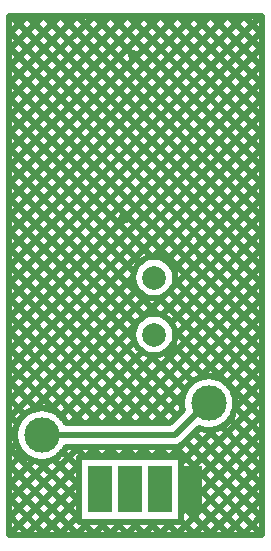
<source format=gbr>
G04 DipTrace 3.0.0.2*
G04 bottom_gamepad2usb.gbr*
%MOMM*%
G04 #@! TF.FileFunction,Copper,L2,Bot*
G04 #@! TF.Part,Single*
G04 #@! TA.AperFunction,CopperBalancing*
%ADD14C,0.5*%
G04 #@! TA.AperFunction,ComponentPad*
%ADD15C,1.0*%
%ADD23R,2.0X4.0*%
%ADD24C,3.0*%
%ADD25C,3.0*%
%ADD30C,2.0*%
%FSLAX35Y35*%
G04*
G71*
G90*
G75*
G01*
G04 Bottom*
%LPD*%
X-2968857Y-635067D2*
D14*
X-1841693D1*
X-1555913Y-349287D1*
Y-365163D1*
D15*
X-2270363Y1206627D3*
X-3105337Y2906277D2*
D14*
X-3239723Y2771893D1*
X-2963917Y2906277D2*
X-3239687Y2630507D1*
X-2822493Y2906277D2*
X-3239723Y2489050D1*
X-2681073Y2906277D2*
X-3239687Y2347663D1*
X-2539653Y2906277D2*
X-3239723Y2206207D1*
X-2398230Y2906277D2*
X-3239723Y2064787D1*
X-2256810Y2906277D2*
X-3239687Y1923400D1*
X-2115387Y2906277D2*
X-3239687Y1781977D1*
X-1973967Y2906277D2*
X-3239687Y1640557D1*
X-1832547Y2906277D2*
X-3239687Y1499137D1*
X-1691123Y2906277D2*
X-3239687Y1357713D1*
X-1549703Y2906277D2*
X-3239687Y1216293D1*
X-1408280Y2906277D2*
X-3239687Y1074870D1*
X-1266860Y2906277D2*
X-3239687Y933450D1*
X-1125440Y2906277D2*
X-3239687Y792030D1*
X-1110520Y2779777D2*
X-3239717Y650577D1*
X-1110520Y2638353D2*
X-3239717Y509157D1*
X-1110520Y2496933D2*
X-3239717Y367733D1*
X-1110520Y2355513D2*
X-3239717Y226313D1*
X-1110520Y2214090D2*
X-3239717Y84890D1*
X-1110520Y2072670D2*
X-3239717Y-56530D1*
X-1110520Y1931247D2*
X-3239717Y-197950D1*
X-1110520Y1789827D2*
X-2021477Y878867D1*
X-2196693Y703650D2*
X-3239717Y-339373D1*
X-1110520Y1648407D2*
X-1911613Y847310D1*
X-2165067Y593857D2*
X-3239717Y-480793D1*
X-1110520Y1506983D2*
X-1848777Y768727D1*
X-2086483Y531017D2*
X-3032073Y-414573D1*
X-3189337Y-571833D2*
X-3239717Y-622217D1*
X-1110520Y1365563D2*
X-1855887Y620193D1*
X-1937950Y538130D2*
X-2106277Y369807D1*
X-2170177Y305903D2*
X-2892587Y-416507D1*
X-3187403Y-711323D2*
X-3239717Y-763637D1*
X-1110520Y1224140D2*
X-1949730Y384930D1*
X-2185230Y149430D2*
X-2805233Y-470573D1*
X-3133333Y-798673D2*
X-3239717Y-905057D1*
X-1110520Y1082720D2*
X-1869630Y323610D1*
X-2123980Y69257D2*
X-2722783Y-529547D1*
X-3046397Y-853157D2*
X-3239717Y-1046480D1*
X-1110520Y941300D2*
X-1835863Y215953D1*
X-2016327Y35490D2*
X-2581363Y-529547D1*
X-2908150Y-856333D2*
X-3239717Y-1187900D1*
X-1110520Y799877D2*
X-2439943Y-529547D1*
X-2650997Y-740600D2*
X-3239717Y-1329323D1*
X-1110520Y658457D2*
X-2298520Y-529547D1*
X-2509577Y-740600D2*
X-2583917Y-814943D1*
X-2657210Y-888237D2*
X-3239717Y-1470743D1*
X-1110520Y517033D2*
X-2157100Y-529547D1*
X-2368153Y-740600D2*
X-2442497Y-814943D1*
X-2657210Y-1029657D2*
X-3104927Y-1477373D1*
X-1110520Y375613D2*
X-1637197Y-151063D1*
X-1770013Y-283880D2*
X-2015677Y-529547D1*
X-2226733Y-740600D2*
X-2301077Y-814943D1*
X-2657210Y-1171080D2*
X-2963503Y-1477373D1*
X-1110520Y234193D2*
X-1488523Y-143813D1*
X-2085310Y-740600D2*
X-2159653Y-814943D1*
X-2657210Y-1312500D2*
X-2822083Y-1477373D1*
X-1110520Y92770D2*
X-1398270Y-194983D1*
X-1943890Y-740600D2*
X-2018233Y-814943D1*
X-2579320Y-1376030D2*
X-2680663Y-1477373D1*
X-1110520Y-48650D2*
X-1340957Y-279090D1*
X-1641987Y-580120D2*
X-1876810Y-814943D1*
X-2437897Y-1376030D2*
X-2539240Y-1477373D1*
X-1110520Y-190073D2*
X-1330600Y-410153D1*
X-1510923Y-590480D2*
X-1788147Y-867700D1*
X-2296477Y-1376030D2*
X-2397820Y-1477373D1*
X-1110520Y-331493D2*
X-1788147Y-1009120D1*
X-2155057Y-1376030D2*
X-2256397Y-1477373D1*
X-1110520Y-472913D2*
X-1788147Y-1150543D1*
X-2013633Y-1376030D2*
X-2114977Y-1477373D1*
X-1110520Y-614337D2*
X-1788147Y-1291963D1*
X-1872213Y-1376030D2*
X-1973557Y-1477373D1*
X-1110520Y-755757D2*
X-1832133Y-1477373D1*
X-1110520Y-897180D2*
X-1690713Y-1477373D1*
X-1110520Y-1038600D2*
X-1549290Y-1477373D1*
X-1110520Y-1180023D2*
X-1407870Y-1477373D1*
X-1110520Y-1321443D2*
X-1266447Y-1477373D1*
X-1110520Y-1462863D2*
X-1125027Y-1477373D1*
X-1244870Y2906277D2*
X-1110483Y2771893D1*
X-1386290Y2906277D2*
X-1110520Y2630507D1*
X-1527713Y2906277D2*
X-1110483Y2489050D1*
X-1669133Y2906277D2*
X-1110520Y2347663D1*
X-1810553Y2906277D2*
X-1110483Y2206207D1*
X-1951977Y2906277D2*
X-1110520Y2064820D1*
X-2093397Y2906277D2*
X-1110520Y1923400D1*
X-2234820Y2906277D2*
X-1110520Y1781977D1*
X-2376240Y2906277D2*
X-1110520Y1640557D1*
X-2517660Y2906277D2*
X-1110520Y1499137D1*
X-2659083Y2906277D2*
X-1110520Y1357713D1*
X-2800503Y2906277D2*
X-1110520Y1216293D1*
X-2941927Y2906277D2*
X-1110520Y1074870D1*
X-3083347Y2906277D2*
X-1110520Y933450D1*
X-3224767Y2906277D2*
X-1110520Y792030D1*
X-3239687Y2779777D2*
X-1110490Y650577D1*
X-3239687Y2638353D2*
X-1110490Y509157D1*
X-3239687Y2496933D2*
X-1110490Y367733D1*
X-3239687Y2355513D2*
X-1110490Y226313D1*
X-3239687Y2214090D2*
X-1110490Y84890D1*
X-3239687Y2072670D2*
X-2044437Y877417D1*
X-1837523Y670507D2*
X-1110490Y-56530D1*
X-3239687Y1931247D2*
X-2140283Y831843D1*
X-1883100Y574660D2*
X-1110490Y-197950D1*
X-3239687Y1789827D2*
X-2192210Y742350D1*
X-1972523Y522663D2*
X-1110490Y-339373D1*
X-3239687Y1648407D2*
X-1984153Y392870D1*
X-1839457Y248177D2*
X-1110490Y-480793D1*
X-3239687Y1506983D2*
X-2106513Y373810D1*
X-1858447Y125743D2*
X-1595243Y-137460D1*
X-1328187Y-404517D2*
X-1110490Y-622217D1*
X-3239687Y1365563D2*
X-2176327Y302203D1*
X-1930057Y55930D2*
X-1694750Y-179377D1*
X-1370100Y-504023D2*
X-1110490Y-763637D1*
X-3239687Y1224140D2*
X-2191380Y175833D1*
X-2056423Y40877D2*
X-1760073Y-255473D1*
X-1446200Y-569347D2*
X-1110490Y-905057D1*
X-3239687Y1082720D2*
X-1786247Y-370723D1*
X-1561450Y-595520D2*
X-1110490Y-1046480D1*
X-3239687Y941300D2*
X-1828160Y-470230D1*
X-1676837Y-621553D2*
X-1110490Y-1187900D1*
X-3239687Y799877D2*
X-1910263Y-529547D1*
X-1747547Y-692263D2*
X-1110490Y-1329323D1*
X-3239687Y658457D2*
X-2051687Y-529547D1*
X-1840630Y-740600D2*
X-1110490Y-1470743D1*
X-3239687Y517033D2*
X-2193107Y-529547D1*
X-1982053Y-740600D2*
X-1907710Y-814943D1*
X-1788150Y-934503D2*
X-1245280Y-1477373D1*
X-3239687Y375613D2*
X-2334530Y-529547D1*
X-2123473Y-740600D2*
X-2049130Y-814943D1*
X-1788150Y-1075923D2*
X-1386703Y-1477373D1*
X-3239687Y234193D2*
X-2475950Y-529547D1*
X-2264897Y-740600D2*
X-2190553Y-814943D1*
X-1788150Y-1217347D2*
X-1528123Y-1477373D1*
X-3239687Y92770D2*
X-2617373Y-529547D1*
X-2406317Y-740600D2*
X-2331973Y-814943D1*
X-1788150Y-1358767D2*
X-1669543Y-1477373D1*
X-3239687Y-48650D2*
X-2844003Y-444333D1*
X-2778100Y-510237D2*
X-2758760Y-529577D1*
X-2547737Y-740600D2*
X-2473397Y-814943D1*
X-1912310Y-1376030D2*
X-1810967Y-1477373D1*
X-3239687Y-190073D2*
X-3020160Y-409600D1*
X-2689160Y-740600D2*
X-2614817Y-814943D1*
X-2053730Y-1376030D2*
X-1952387Y-1477373D1*
X-3239687Y-331493D2*
X-3115730Y-455450D1*
X-2789287Y-781893D2*
X-2657217Y-913967D1*
X-2195150Y-1376030D2*
X-2093810Y-1477373D1*
X-3239687Y-472913D2*
X-3177740Y-534863D1*
X-2868630Y-843973D2*
X-2657217Y-1055387D1*
X-2336573Y-1376030D2*
X-2235230Y-1477373D1*
X-3239687Y-614337D2*
X-3198043Y-655983D1*
X-2989750Y-864277D2*
X-2657217Y-1196810D1*
X-2477993Y-1376030D2*
X-2376650Y-1477373D1*
X-3239687Y-755757D2*
X-2657217Y-1338230D1*
X-2619417Y-1376030D2*
X-2518073Y-1477373D1*
X-3239687Y-897180D2*
X-2659493Y-1477373D1*
X-3239687Y-1038600D2*
X-2800917Y-1477373D1*
X-3239687Y-1180023D2*
X-2942337Y-1477373D1*
X-3239687Y-1321443D2*
X-3083760Y-1477373D1*
X-3239687Y-1462863D2*
X-3225180Y-1477373D1*
X-2628707Y-818490D2*
X-1791707D1*
Y-1372490D1*
X-2653707D1*
Y-818490D1*
X-2628707D1*
X-2766103Y-737047D2*
X-2775307Y-753673D1*
X-2785210Y-768493D1*
X-2796243Y-782490D1*
X-2808343Y-795580D1*
X-2821433Y-807680D1*
X-2835430Y-818713D1*
X-2850250Y-828617D1*
X-2865800Y-837327D1*
X-2881987Y-844787D1*
X-2898710Y-850957D1*
X-2915863Y-855793D1*
X-2933347Y-859273D1*
X-2951047Y-861367D1*
X-2968857Y-862067D1*
X-2986667Y-861367D1*
X-3004367Y-859273D1*
X-3021850Y-855793D1*
X-3039003Y-850957D1*
X-3055727Y-844787D1*
X-3071913Y-837327D1*
X-3087463Y-828617D1*
X-3102283Y-818713D1*
X-3116280Y-807680D1*
X-3129370Y-795580D1*
X-3141470Y-782490D1*
X-3152503Y-768493D1*
X-3162407Y-753673D1*
X-3171117Y-738123D1*
X-3178577Y-721937D1*
X-3184747Y-705213D1*
X-3189583Y-688060D1*
X-3193063Y-670577D1*
X-3195157Y-652877D1*
X-3195857Y-635067D1*
X-3195157Y-617257D1*
X-3193063Y-599557D1*
X-3189583Y-582073D1*
X-3184747Y-564920D1*
X-3178577Y-548197D1*
X-3171117Y-532010D1*
X-3162407Y-516460D1*
X-3152503Y-501640D1*
X-3141470Y-487643D1*
X-3129370Y-474553D1*
X-3116280Y-462453D1*
X-3102283Y-451420D1*
X-3087463Y-441517D1*
X-3071913Y-432807D1*
X-3055727Y-425347D1*
X-3039003Y-419177D1*
X-3021850Y-414340D1*
X-3004367Y-410860D1*
X-2986667Y-408767D1*
X-2968857Y-408067D1*
X-2951047Y-408767D1*
X-2933347Y-410860D1*
X-2915863Y-414340D1*
X-2898710Y-419177D1*
X-2881987Y-425347D1*
X-2865800Y-432807D1*
X-2850250Y-441517D1*
X-2835430Y-451420D1*
X-2821433Y-462453D1*
X-2808343Y-474553D1*
X-2796243Y-487643D1*
X-2785210Y-501640D1*
X-2775307Y-516460D1*
X-2766103Y-533087D1*
X-1883993Y-533067D1*
X-1775090Y-424213D1*
X-1780120Y-400673D1*
X-1782213Y-382973D1*
X-1782913Y-365163D1*
X-1782213Y-347353D1*
X-1780120Y-329653D1*
X-1776640Y-312170D1*
X-1771803Y-295017D1*
X-1765633Y-278293D1*
X-1758173Y-262107D1*
X-1749463Y-246557D1*
X-1739560Y-231737D1*
X-1728527Y-217740D1*
X-1716427Y-204650D1*
X-1703337Y-192550D1*
X-1689340Y-181517D1*
X-1674520Y-171613D1*
X-1658970Y-162903D1*
X-1642783Y-155443D1*
X-1626060Y-149273D1*
X-1608907Y-144437D1*
X-1591423Y-140957D1*
X-1573723Y-138863D1*
X-1555913Y-138163D1*
X-1538103Y-138863D1*
X-1520403Y-140957D1*
X-1502920Y-144437D1*
X-1485767Y-149273D1*
X-1469043Y-155443D1*
X-1452857Y-162903D1*
X-1437307Y-171613D1*
X-1422487Y-181517D1*
X-1408490Y-192550D1*
X-1395400Y-204650D1*
X-1383300Y-217740D1*
X-1372267Y-231737D1*
X-1362363Y-246557D1*
X-1353653Y-262107D1*
X-1346193Y-278293D1*
X-1340023Y-295017D1*
X-1335187Y-312170D1*
X-1331707Y-329653D1*
X-1329613Y-347353D1*
X-1328913Y-365163D1*
X-1329613Y-382973D1*
X-1331707Y-400673D1*
X-1335187Y-418157D1*
X-1340023Y-435310D1*
X-1346193Y-452033D1*
X-1353653Y-468220D1*
X-1362363Y-483770D1*
X-1372267Y-498590D1*
X-1383300Y-512587D1*
X-1395400Y-525677D1*
X-1408490Y-537777D1*
X-1422487Y-548810D1*
X-1437307Y-558713D1*
X-1452857Y-567423D1*
X-1469043Y-574883D1*
X-1485767Y-581053D1*
X-1502920Y-585890D1*
X-1520403Y-589370D1*
X-1538103Y-591463D1*
X-1555913Y-592163D1*
X-1573723Y-591463D1*
X-1591423Y-589370D1*
X-1608907Y-585890D1*
X-1638797Y-576353D1*
X-1775450Y-712627D1*
X-1788400Y-722037D1*
X-1802660Y-729303D1*
X-1817883Y-734250D1*
X-1833690Y-736753D1*
X-1916693Y-737067D1*
X-2766010D1*
X-1839883Y684687D2*
X-1844227Y657253D1*
X-1852810Y630840D1*
X-1865420Y606090D1*
X-1881743Y583620D1*
X-1901383Y563980D1*
X-1923853Y547657D1*
X-1948603Y535047D1*
X-1975017Y526463D1*
X-2002450Y522120D1*
X-2030223D1*
X-2057657Y526463D1*
X-2084070Y535047D1*
X-2108820Y547657D1*
X-2131290Y563980D1*
X-2150930Y583620D1*
X-2167253Y606090D1*
X-2179863Y630840D1*
X-2188447Y657253D1*
X-2192790Y684687D1*
Y712460D1*
X-2188447Y739893D1*
X-2179863Y766307D1*
X-2167253Y791057D1*
X-2150930Y813527D1*
X-2131290Y833167D1*
X-2108820Y849490D1*
X-2084070Y862100D1*
X-2057657Y870683D1*
X-2030223Y875027D1*
X-2002450D1*
X-1975017Y870683D1*
X-1948603Y862100D1*
X-1923853Y849490D1*
X-1901383Y833167D1*
X-1881743Y813527D1*
X-1865420Y791057D1*
X-1852810Y766307D1*
X-1844227Y739893D1*
X-1839883Y712460D1*
Y684687D1*
Y202087D2*
X-1844227Y174653D1*
X-1852810Y148240D1*
X-1865420Y123490D1*
X-1881743Y101020D1*
X-1901383Y81380D1*
X-1923853Y65057D1*
X-1948603Y52447D1*
X-1975017Y43863D1*
X-2002450Y39520D1*
X-2030223D1*
X-2057657Y43863D1*
X-2084070Y52447D1*
X-2108820Y65057D1*
X-2131290Y81380D1*
X-2150930Y101020D1*
X-2167253Y123490D1*
X-2179863Y148240D1*
X-2188447Y174653D1*
X-2192790Y202087D1*
Y229860D1*
X-2188447Y257293D1*
X-2179863Y283707D1*
X-2167253Y308457D1*
X-2150930Y330927D1*
X-2131290Y350567D1*
X-2108820Y366890D1*
X-2084070Y379500D1*
X-2057657Y388083D1*
X-2030223Y392427D1*
X-2002450D1*
X-1975017Y388083D1*
X-1948603Y379500D1*
X-1923853Y366890D1*
X-1901383Y350567D1*
X-1881743Y330927D1*
X-1865420Y308457D1*
X-1852810Y283707D1*
X-1844227Y257293D1*
X-1839883Y229860D1*
Y202087D1*
X-3218223Y-1480913D2*
X-1106983D1*
Y2909813D1*
X-3243223D1*
Y-1480913D1*
X-3218223D1*
D23*
X-2476707Y-1095490D3*
X-2222707D3*
D24*
X-2968857Y-635067D3*
D23*
X-1968707Y-1095490D3*
X-1714707D3*
D25*
X-1555913Y-365163D3*
D15*
X-2190980Y2572020D3*
D30*
X-2016337Y698573D3*
Y215973D3*
M02*

</source>
